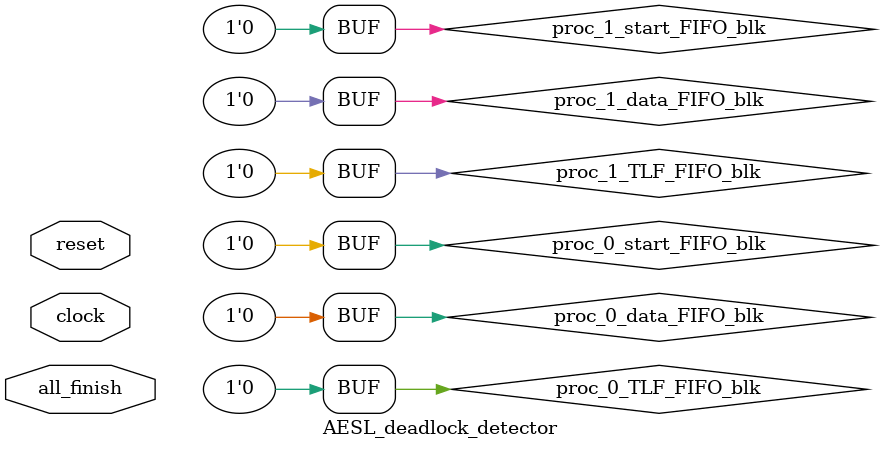
<source format=v>
`timescale 1 ns / 1 ps

module AESL_deadlock_detector (
    input reset,
    input all_finish,
    input clock);

    wire [0:0] proc_0_data_FIFO_blk;
    wire [0:0] proc_0_data_PIPO_blk;
    wire [0:0] proc_0_start_FIFO_blk;
    wire [0:0] proc_0_TLF_FIFO_blk;
    wire [0:0] proc_0_input_sync_blk;
    wire [0:0] proc_0_output_sync_blk;
    wire [0:0] proc_dep_vld_vec_0;
    reg [0:0] proc_dep_vld_vec_0_reg;
    wire [0:0] in_chan_dep_vld_vec_0;
    wire [1:0] in_chan_dep_data_vec_0;
    wire [0:0] token_in_vec_0;
    wire [0:0] out_chan_dep_vld_vec_0;
    wire [1:0] out_chan_dep_data_0;
    wire [0:0] token_out_vec_0;
    wire dl_detect_out_0;
    wire dep_chan_vld_1_0;
    wire [1:0] dep_chan_data_1_0;
    wire token_1_0;
    wire [0:0] proc_1_data_FIFO_blk;
    wire [0:0] proc_1_data_PIPO_blk;
    wire [0:0] proc_1_start_FIFO_blk;
    wire [0:0] proc_1_TLF_FIFO_blk;
    wire [0:0] proc_1_input_sync_blk;
    wire [0:0] proc_1_output_sync_blk;
    wire [0:0] proc_dep_vld_vec_1;
    reg [0:0] proc_dep_vld_vec_1_reg;
    wire [0:0] in_chan_dep_vld_vec_1;
    wire [1:0] in_chan_dep_data_vec_1;
    wire [0:0] token_in_vec_1;
    wire [0:0] out_chan_dep_vld_vec_1;
    wire [1:0] out_chan_dep_data_1;
    wire [0:0] token_out_vec_1;
    wire dl_detect_out_1;
    wire dep_chan_vld_0_1;
    wire [1:0] dep_chan_data_0_1;
    wire token_0_1;
    wire [1:0] dl_in_vec;
    wire dl_detect_out;
    wire token_clear;
    wire [1:0] origin;

    reg ap_done_reg_0;// for module AESL_inst_SLDA_final.Block_split2_proc_U0.grp_init_module_fu_2804
    always @ (negedge reset or posedge clock) begin
        if (~reset) begin
            ap_done_reg_0 <= 'b0;
        end
        else begin
            ap_done_reg_0 <= AESL_inst_SLDA_final.Block_split2_proc_U0.grp_init_module_fu_2804.ap_done;
        end
    end

    reg ap_done_reg_1;// for module AESL_inst_SLDA_final.SLDA_update_U0.grp_compute_weights_with_matrix_mult_fu_1604
    always @ (negedge reset or posedge clock) begin
        if (~reset) begin
            ap_done_reg_1 <= 'b0;
        end
        else begin
            ap_done_reg_1 <= AESL_inst_SLDA_final.SLDA_update_U0.grp_compute_weights_with_matrix_mult_fu_1604.ap_done;
        end
    end

    reg ap_done_reg_2;// for module AESL_inst_SLDA_final.Block_split2_proc_U0
    always @ (negedge reset or posedge clock) begin
        if (~reset) begin
            ap_done_reg_2 <= 'b0;
        end
        else begin
            ap_done_reg_2 <= AESL_inst_SLDA_final.Block_split2_proc_U0.ap_done & ~AESL_inst_SLDA_final.Block_split2_proc_U0.ap_continue;
        end
    end

    reg ap_done_reg_3;// for module AESL_inst_SLDA_final.SLDA_update_U0
    always @ (negedge reset or posedge clock) begin
        if (~reset) begin
            ap_done_reg_3 <= 'b0;
        end
        else begin
            ap_done_reg_3 <= AESL_inst_SLDA_final.SLDA_update_U0.ap_done & ~AESL_inst_SLDA_final.SLDA_update_U0.ap_continue;
        end
    end

    // Process: AESL_inst_SLDA_final.Block_split2_proc_U0
    AESL_deadlock_detect_unit #(2, 0, 1, 1) AESL_deadlock_detect_unit_0 (
        .reset(reset),
        .clock(clock),
        .proc_dep_vld_vec(proc_dep_vld_vec_0),
        .in_chan_dep_vld_vec(in_chan_dep_vld_vec_0),
        .in_chan_dep_data_vec(in_chan_dep_data_vec_0),
        .token_in_vec(token_in_vec_0),
        .dl_detect_in(dl_detect_out),
        .origin(origin[0]),
        .token_clear(token_clear),
        .out_chan_dep_vld_vec(out_chan_dep_vld_vec_0),
        .out_chan_dep_data(out_chan_dep_data_0),
        .token_out_vec(token_out_vec_0),
        .dl_detect_out(dl_in_vec[0]));

    assign proc_0_data_FIFO_blk[0] = 1'b0;
    assign proc_0_data_PIPO_blk[0] = 1'b0 | (~AESL_inst_SLDA_final.lambda_V_0_U.i_full_n & AESL_inst_SLDA_final.Block_split2_proc_U0.grp_init_module_fu_2804.ap_done & ap_done_reg_0 & ~AESL_inst_SLDA_final.lambda_V_0_U.t_read) | (~AESL_inst_SLDA_final.lambda_V_1_U.i_full_n & AESL_inst_SLDA_final.Block_split2_proc_U0.grp_init_module_fu_2804.ap_done & ap_done_reg_0 & ~AESL_inst_SLDA_final.lambda_V_1_U.t_read) | (~AESL_inst_SLDA_final.lambda_V_2_U.i_full_n & AESL_inst_SLDA_final.Block_split2_proc_U0.grp_init_module_fu_2804.ap_done & ap_done_reg_0 & ~AESL_inst_SLDA_final.lambda_V_2_U.t_read) | (~AESL_inst_SLDA_final.lambda_V_3_U.i_full_n & AESL_inst_SLDA_final.Block_split2_proc_U0.grp_init_module_fu_2804.ap_done & ap_done_reg_0 & ~AESL_inst_SLDA_final.lambda_V_3_U.t_read) | (~AESL_inst_SLDA_final.lambda_V_4_U.i_full_n & AESL_inst_SLDA_final.Block_split2_proc_U0.grp_init_module_fu_2804.ap_done & ap_done_reg_0 & ~AESL_inst_SLDA_final.lambda_V_4_U.t_read) | (~AESL_inst_SLDA_final.lambda_V_5_U.i_full_n & AESL_inst_SLDA_final.Block_split2_proc_U0.grp_init_module_fu_2804.ap_done & ap_done_reg_0 & ~AESL_inst_SLDA_final.lambda_V_5_U.t_read) | (~AESL_inst_SLDA_final.lambda_V_6_U.i_full_n & AESL_inst_SLDA_final.Block_split2_proc_U0.grp_init_module_fu_2804.ap_done & ap_done_reg_0 & ~AESL_inst_SLDA_final.lambda_V_6_U.t_read) | (~AESL_inst_SLDA_final.lambda_V_7_U.i_full_n & AESL_inst_SLDA_final.Block_split2_proc_U0.grp_init_module_fu_2804.ap_done & ap_done_reg_0 & ~AESL_inst_SLDA_final.lambda_V_7_U.t_read) | (~AESL_inst_SLDA_final.lambda_V_8_U.i_full_n & AESL_inst_SLDA_final.Block_split2_proc_U0.grp_init_module_fu_2804.ap_done & ap_done_reg_0 & ~AESL_inst_SLDA_final.lambda_V_8_U.t_read) | (~AESL_inst_SLDA_final.lambda_V_9_U.i_full_n & AESL_inst_SLDA_final.Block_split2_proc_U0.grp_init_module_fu_2804.ap_done & ap_done_reg_0 & ~AESL_inst_SLDA_final.lambda_V_9_U.t_read) | (~AESL_inst_SLDA_final.lambda_V_10_U.i_full_n & AESL_inst_SLDA_final.Block_split2_proc_U0.grp_init_module_fu_2804.ap_done & ap_done_reg_0 & ~AESL_inst_SLDA_final.lambda_V_10_U.t_read) | (~AESL_inst_SLDA_final.lambda_V_11_U.i_full_n & AESL_inst_SLDA_final.Block_split2_proc_U0.grp_init_module_fu_2804.ap_done & ap_done_reg_0 & ~AESL_inst_SLDA_final.lambda_V_11_U.t_read) | (~AESL_inst_SLDA_final.lambda_V_12_U.i_full_n & AESL_inst_SLDA_final.Block_split2_proc_U0.grp_init_module_fu_2804.ap_done & ap_done_reg_0 & ~AESL_inst_SLDA_final.lambda_V_12_U.t_read) | (~AESL_inst_SLDA_final.lambda_V_13_U.i_full_n & AESL_inst_SLDA_final.Block_split2_proc_U0.grp_init_module_fu_2804.ap_done & ap_done_reg_0 & ~AESL_inst_SLDA_final.lambda_V_13_U.t_read) | (~AESL_inst_SLDA_final.lambda_V_14_U.i_full_n & AESL_inst_SLDA_final.Block_split2_proc_U0.grp_init_module_fu_2804.ap_done & ap_done_reg_0 & ~AESL_inst_SLDA_final.lambda_V_14_U.t_read) | (~AESL_inst_SLDA_final.lambda_V_15_U.i_full_n & AESL_inst_SLDA_final.Block_split2_proc_U0.grp_init_module_fu_2804.ap_done & ap_done_reg_0 & ~AESL_inst_SLDA_final.lambda_V_15_U.t_read) | (~AESL_inst_SLDA_final.lambda_V_16_U.i_full_n & AESL_inst_SLDA_final.Block_split2_proc_U0.grp_init_module_fu_2804.ap_done & ap_done_reg_0 & ~AESL_inst_SLDA_final.lambda_V_16_U.t_read) | (~AESL_inst_SLDA_final.lambda_V_17_U.i_full_n & AESL_inst_SLDA_final.Block_split2_proc_U0.grp_init_module_fu_2804.ap_done & ap_done_reg_0 & ~AESL_inst_SLDA_final.lambda_V_17_U.t_read) | (~AESL_inst_SLDA_final.lambda_V_18_U.i_full_n & AESL_inst_SLDA_final.Block_split2_proc_U0.grp_init_module_fu_2804.ap_done & ap_done_reg_0 & ~AESL_inst_SLDA_final.lambda_V_18_U.t_read) | (~AESL_inst_SLDA_final.lambda_V_19_U.i_full_n & AESL_inst_SLDA_final.Block_split2_proc_U0.grp_init_module_fu_2804.ap_done & ap_done_reg_0 & ~AESL_inst_SLDA_final.lambda_V_19_U.t_read) | (~AESL_inst_SLDA_final.lambda_V_20_U.i_full_n & AESL_inst_SLDA_final.Block_split2_proc_U0.grp_init_module_fu_2804.ap_done & ap_done_reg_0 & ~AESL_inst_SLDA_final.lambda_V_20_U.t_read) | (~AESL_inst_SLDA_final.lambda_V_21_U.i_full_n & AESL_inst_SLDA_final.Block_split2_proc_U0.grp_init_module_fu_2804.ap_done & ap_done_reg_0 & ~AESL_inst_SLDA_final.lambda_V_21_U.t_read) | (~AESL_inst_SLDA_final.lambda_V_22_U.i_full_n & AESL_inst_SLDA_final.Block_split2_proc_U0.grp_init_module_fu_2804.ap_done & ap_done_reg_0 & ~AESL_inst_SLDA_final.lambda_V_22_U.t_read) | (~AESL_inst_SLDA_final.lambda_V_23_U.i_full_n & AESL_inst_SLDA_final.Block_split2_proc_U0.grp_init_module_fu_2804.ap_done & ap_done_reg_0 & ~AESL_inst_SLDA_final.lambda_V_23_U.t_read) | (~AESL_inst_SLDA_final.lambda_V_24_U.i_full_n & AESL_inst_SLDA_final.Block_split2_proc_U0.grp_init_module_fu_2804.ap_done & ap_done_reg_0 & ~AESL_inst_SLDA_final.lambda_V_24_U.t_read) | (~AESL_inst_SLDA_final.lambda_V_25_U.i_full_n & AESL_inst_SLDA_final.Block_split2_proc_U0.grp_init_module_fu_2804.ap_done & ap_done_reg_0 & ~AESL_inst_SLDA_final.lambda_V_25_U.t_read) | (~AESL_inst_SLDA_final.lambda_V_26_U.i_full_n & AESL_inst_SLDA_final.Block_split2_proc_U0.grp_init_module_fu_2804.ap_done & ap_done_reg_0 & ~AESL_inst_SLDA_final.lambda_V_26_U.t_read) | (~AESL_inst_SLDA_final.lambda_V_27_U.i_full_n & AESL_inst_SLDA_final.Block_split2_proc_U0.grp_init_module_fu_2804.ap_done & ap_done_reg_0 & ~AESL_inst_SLDA_final.lambda_V_27_U.t_read) | (~AESL_inst_SLDA_final.lambda_V_28_U.i_full_n & AESL_inst_SLDA_final.Block_split2_proc_U0.grp_init_module_fu_2804.ap_done & ap_done_reg_0 & ~AESL_inst_SLDA_final.lambda_V_28_U.t_read) | (~AESL_inst_SLDA_final.lambda_V_29_U.i_full_n & AESL_inst_SLDA_final.Block_split2_proc_U0.grp_init_module_fu_2804.ap_done & ap_done_reg_0 & ~AESL_inst_SLDA_final.lambda_V_29_U.t_read) | (~AESL_inst_SLDA_final.lambda_V_30_U.i_full_n & AESL_inst_SLDA_final.Block_split2_proc_U0.grp_init_module_fu_2804.ap_done & ap_done_reg_0 & ~AESL_inst_SLDA_final.lambda_V_30_U.t_read) | (~AESL_inst_SLDA_final.lambda_V_31_U.i_full_n & AESL_inst_SLDA_final.Block_split2_proc_U0.grp_init_module_fu_2804.ap_done & ap_done_reg_0 & ~AESL_inst_SLDA_final.lambda_V_31_U.t_read) | (~AESL_inst_SLDA_final.lambda_V_32_U.i_full_n & AESL_inst_SLDA_final.Block_split2_proc_U0.grp_init_module_fu_2804.ap_done & ap_done_reg_0 & ~AESL_inst_SLDA_final.lambda_V_32_U.t_read) | (~AESL_inst_SLDA_final.lambda_V_33_U.i_full_n & AESL_inst_SLDA_final.Block_split2_proc_U0.grp_init_module_fu_2804.ap_done & ap_done_reg_0 & ~AESL_inst_SLDA_final.lambda_V_33_U.t_read) | (~AESL_inst_SLDA_final.lambda_V_34_U.i_full_n & AESL_inst_SLDA_final.Block_split2_proc_U0.grp_init_module_fu_2804.ap_done & ap_done_reg_0 & ~AESL_inst_SLDA_final.lambda_V_34_U.t_read) | (~AESL_inst_SLDA_final.lambda_V_35_U.i_full_n & AESL_inst_SLDA_final.Block_split2_proc_U0.grp_init_module_fu_2804.ap_done & ap_done_reg_0 & ~AESL_inst_SLDA_final.lambda_V_35_U.t_read) | (~AESL_inst_SLDA_final.lambda_V_36_U.i_full_n & AESL_inst_SLDA_final.Block_split2_proc_U0.grp_init_module_fu_2804.ap_done & ap_done_reg_0 & ~AESL_inst_SLDA_final.lambda_V_36_U.t_read) | (~AESL_inst_SLDA_final.lambda_V_37_U.i_full_n & AESL_inst_SLDA_final.Block_split2_proc_U0.grp_init_module_fu_2804.ap_done & ap_done_reg_0 & ~AESL_inst_SLDA_final.lambda_V_37_U.t_read) | (~AESL_inst_SLDA_final.lambda_V_38_U.i_full_n & AESL_inst_SLDA_final.Block_split2_proc_U0.grp_init_module_fu_2804.ap_done & ap_done_reg_0 & ~AESL_inst_SLDA_final.lambda_V_38_U.t_read) | (~AESL_inst_SLDA_final.lambda_V_39_U.i_full_n & AESL_inst_SLDA_final.Block_split2_proc_U0.grp_init_module_fu_2804.ap_done & ap_done_reg_0 & ~AESL_inst_SLDA_final.lambda_V_39_U.t_read) | (~AESL_inst_SLDA_final.lambda_V_40_U.i_full_n & AESL_inst_SLDA_final.Block_split2_proc_U0.grp_init_module_fu_2804.ap_done & ap_done_reg_0 & ~AESL_inst_SLDA_final.lambda_V_40_U.t_read) | (~AESL_inst_SLDA_final.lambda_V_41_U.i_full_n & AESL_inst_SLDA_final.Block_split2_proc_U0.grp_init_module_fu_2804.ap_done & ap_done_reg_0 & ~AESL_inst_SLDA_final.lambda_V_41_U.t_read) | (~AESL_inst_SLDA_final.lambda_V_42_U.i_full_n & AESL_inst_SLDA_final.Block_split2_proc_U0.grp_init_module_fu_2804.ap_done & ap_done_reg_0 & ~AESL_inst_SLDA_final.lambda_V_42_U.t_read) | (~AESL_inst_SLDA_final.lambda_V_43_U.i_full_n & AESL_inst_SLDA_final.Block_split2_proc_U0.grp_init_module_fu_2804.ap_done & ap_done_reg_0 & ~AESL_inst_SLDA_final.lambda_V_43_U.t_read) | (~AESL_inst_SLDA_final.lambda_V_44_U.i_full_n & AESL_inst_SLDA_final.Block_split2_proc_U0.grp_init_module_fu_2804.ap_done & ap_done_reg_0 & ~AESL_inst_SLDA_final.lambda_V_44_U.t_read) | (~AESL_inst_SLDA_final.lambda_V_45_U.i_full_n & AESL_inst_SLDA_final.Block_split2_proc_U0.grp_init_module_fu_2804.ap_done & ap_done_reg_0 & ~AESL_inst_SLDA_final.lambda_V_45_U.t_read) | (~AESL_inst_SLDA_final.lambda_V_46_U.i_full_n & AESL_inst_SLDA_final.Block_split2_proc_U0.grp_init_module_fu_2804.ap_done & ap_done_reg_0 & ~AESL_inst_SLDA_final.lambda_V_46_U.t_read) | (~AESL_inst_SLDA_final.lambda_V_47_U.i_full_n & AESL_inst_SLDA_final.Block_split2_proc_U0.grp_init_module_fu_2804.ap_done & ap_done_reg_0 & ~AESL_inst_SLDA_final.lambda_V_47_U.t_read) | (~AESL_inst_SLDA_final.lambda_V_48_U.i_full_n & AESL_inst_SLDA_final.Block_split2_proc_U0.grp_init_module_fu_2804.ap_done & ap_done_reg_0 & ~AESL_inst_SLDA_final.lambda_V_48_U.t_read) | (~AESL_inst_SLDA_final.lambda_V_49_U.i_full_n & AESL_inst_SLDA_final.Block_split2_proc_U0.grp_init_module_fu_2804.ap_done & ap_done_reg_0 & ~AESL_inst_SLDA_final.lambda_V_49_U.t_read) | (~AESL_inst_SLDA_final.lambda_V_50_U.i_full_n & AESL_inst_SLDA_final.Block_split2_proc_U0.grp_init_module_fu_2804.ap_done & ap_done_reg_0 & ~AESL_inst_SLDA_final.lambda_V_50_U.t_read) | (~AESL_inst_SLDA_final.lambda_V_51_U.i_full_n & AESL_inst_SLDA_final.Block_split2_proc_U0.grp_init_module_fu_2804.ap_done & ap_done_reg_0 & ~AESL_inst_SLDA_final.lambda_V_51_U.t_read) | (~AESL_inst_SLDA_final.lambda_V_52_U.i_full_n & AESL_inst_SLDA_final.Block_split2_proc_U0.grp_init_module_fu_2804.ap_done & ap_done_reg_0 & ~AESL_inst_SLDA_final.lambda_V_52_U.t_read) | (~AESL_inst_SLDA_final.lambda_V_53_U.i_full_n & AESL_inst_SLDA_final.Block_split2_proc_U0.grp_init_module_fu_2804.ap_done & ap_done_reg_0 & ~AESL_inst_SLDA_final.lambda_V_53_U.t_read) | (~AESL_inst_SLDA_final.lambda_V_54_U.i_full_n & AESL_inst_SLDA_final.Block_split2_proc_U0.grp_init_module_fu_2804.ap_done & ap_done_reg_0 & ~AESL_inst_SLDA_final.lambda_V_54_U.t_read) | (~AESL_inst_SLDA_final.lambda_V_55_U.i_full_n & AESL_inst_SLDA_final.Block_split2_proc_U0.grp_init_module_fu_2804.ap_done & ap_done_reg_0 & ~AESL_inst_SLDA_final.lambda_V_55_U.t_read) | (~AESL_inst_SLDA_final.lambda_V_56_U.i_full_n & AESL_inst_SLDA_final.Block_split2_proc_U0.grp_init_module_fu_2804.ap_done & ap_done_reg_0 & ~AESL_inst_SLDA_final.lambda_V_56_U.t_read) | (~AESL_inst_SLDA_final.lambda_V_57_U.i_full_n & AESL_inst_SLDA_final.Block_split2_proc_U0.grp_init_module_fu_2804.ap_done & ap_done_reg_0 & ~AESL_inst_SLDA_final.lambda_V_57_U.t_read) | (~AESL_inst_SLDA_final.lambda_V_58_U.i_full_n & AESL_inst_SLDA_final.Block_split2_proc_U0.grp_init_module_fu_2804.ap_done & ap_done_reg_0 & ~AESL_inst_SLDA_final.lambda_V_58_U.t_read) | (~AESL_inst_SLDA_final.lambda_V_59_U.i_full_n & AESL_inst_SLDA_final.Block_split2_proc_U0.grp_init_module_fu_2804.ap_done & ap_done_reg_0 & ~AESL_inst_SLDA_final.lambda_V_59_U.t_read) | (~AESL_inst_SLDA_final.lambda_V_60_U.i_full_n & AESL_inst_SLDA_final.Block_split2_proc_U0.grp_init_module_fu_2804.ap_done & ap_done_reg_0 & ~AESL_inst_SLDA_final.lambda_V_60_U.t_read) | (~AESL_inst_SLDA_final.lambda_V_61_U.i_full_n & AESL_inst_SLDA_final.Block_split2_proc_U0.grp_init_module_fu_2804.ap_done & ap_done_reg_0 & ~AESL_inst_SLDA_final.lambda_V_61_U.t_read) | (~AESL_inst_SLDA_final.lambda_V_62_U.i_full_n & AESL_inst_SLDA_final.Block_split2_proc_U0.grp_init_module_fu_2804.ap_done & ap_done_reg_0 & ~AESL_inst_SLDA_final.lambda_V_62_U.t_read) | (~AESL_inst_SLDA_final.lambda_V_63_U.i_full_n & AESL_inst_SLDA_final.Block_split2_proc_U0.grp_init_module_fu_2804.ap_done & ap_done_reg_0 & ~AESL_inst_SLDA_final.lambda_V_63_U.t_read);
    assign proc_0_start_FIFO_blk[0] = 1'b0;
    assign proc_0_TLF_FIFO_blk[0] = 1'b0;
    assign proc_0_input_sync_blk[0] = 1'b0 | (AESL_inst_SLDA_final.ap_sync_Block_split2_proc_U0_ap_ready & AESL_inst_SLDA_final.Block_split2_proc_U0.ap_idle & ~AESL_inst_SLDA_final.ap_sync_SLDA_update_U0_ap_ready);
    assign proc_0_output_sync_blk[0] = 1'b0 | (ap_done_reg_2 & AESL_inst_SLDA_final.Block_split2_proc_U0.ap_done & ~AESL_inst_SLDA_final.SLDA_update_U0.ap_done);
    assign proc_dep_vld_vec_0[0] = dl_detect_out ? proc_dep_vld_vec_0_reg[0] : (proc_0_data_FIFO_blk[0] | proc_0_data_PIPO_blk[0] | proc_0_start_FIFO_blk[0] | proc_0_TLF_FIFO_blk[0] | proc_0_input_sync_blk[0] | proc_0_output_sync_blk[0]);
    always @ (negedge reset or posedge clock) begin
        if (~reset) begin
            proc_dep_vld_vec_0_reg <= 'b0;
        end
        else begin
            proc_dep_vld_vec_0_reg <= proc_dep_vld_vec_0;
        end
    end
    assign in_chan_dep_vld_vec_0[0] = dep_chan_vld_1_0;
    assign in_chan_dep_data_vec_0[1 : 0] = dep_chan_data_1_0;
    assign token_in_vec_0[0] = token_1_0;
    assign dep_chan_vld_0_1 = out_chan_dep_vld_vec_0[0];
    assign dep_chan_data_0_1 = out_chan_dep_data_0;
    assign token_0_1 = token_out_vec_0[0];

    // Process: AESL_inst_SLDA_final.SLDA_update_U0
    AESL_deadlock_detect_unit #(2, 1, 1, 1) AESL_deadlock_detect_unit_1 (
        .reset(reset),
        .clock(clock),
        .proc_dep_vld_vec(proc_dep_vld_vec_1),
        .in_chan_dep_vld_vec(in_chan_dep_vld_vec_1),
        .in_chan_dep_data_vec(in_chan_dep_data_vec_1),
        .token_in_vec(token_in_vec_1),
        .dl_detect_in(dl_detect_out),
        .origin(origin[1]),
        .token_clear(token_clear),
        .out_chan_dep_vld_vec(out_chan_dep_vld_vec_1),
        .out_chan_dep_data(out_chan_dep_data_1),
        .token_out_vec(token_out_vec_1),
        .dl_detect_out(dl_in_vec[1]));

    assign proc_1_data_FIFO_blk[0] = 1'b0;
    assign proc_1_data_PIPO_blk[0] = 1'b0 | (~AESL_inst_SLDA_final.lambda_V_0_U.t_empty_n & AESL_inst_SLDA_final.SLDA_update_U0.grp_compute_weights_with_matrix_mult_fu_1604.ap_idle & ~AESL_inst_SLDA_final.lambda_V_0_U.i_write) | (~AESL_inst_SLDA_final.lambda_V_1_U.t_empty_n & AESL_inst_SLDA_final.SLDA_update_U0.grp_compute_weights_with_matrix_mult_fu_1604.ap_idle & ~AESL_inst_SLDA_final.lambda_V_1_U.i_write) | (~AESL_inst_SLDA_final.lambda_V_10_U.t_empty_n & AESL_inst_SLDA_final.SLDA_update_U0.grp_compute_weights_with_matrix_mult_fu_1604.ap_idle & ~AESL_inst_SLDA_final.lambda_V_10_U.i_write) | (~AESL_inst_SLDA_final.lambda_V_11_U.t_empty_n & AESL_inst_SLDA_final.SLDA_update_U0.grp_compute_weights_with_matrix_mult_fu_1604.ap_idle & ~AESL_inst_SLDA_final.lambda_V_11_U.i_write) | (~AESL_inst_SLDA_final.lambda_V_12_U.t_empty_n & AESL_inst_SLDA_final.SLDA_update_U0.grp_compute_weights_with_matrix_mult_fu_1604.ap_idle & ~AESL_inst_SLDA_final.lambda_V_12_U.i_write) | (~AESL_inst_SLDA_final.lambda_V_13_U.t_empty_n & AESL_inst_SLDA_final.SLDA_update_U0.grp_compute_weights_with_matrix_mult_fu_1604.ap_idle & ~AESL_inst_SLDA_final.lambda_V_13_U.i_write) | (~AESL_inst_SLDA_final.lambda_V_14_U.t_empty_n & AESL_inst_SLDA_final.SLDA_update_U0.grp_compute_weights_with_matrix_mult_fu_1604.ap_idle & ~AESL_inst_SLDA_final.lambda_V_14_U.i_write) | (~AESL_inst_SLDA_final.lambda_V_15_U.t_empty_n & AESL_inst_SLDA_final.SLDA_update_U0.grp_compute_weights_with_matrix_mult_fu_1604.ap_idle & ~AESL_inst_SLDA_final.lambda_V_15_U.i_write) | (~AESL_inst_SLDA_final.lambda_V_16_U.t_empty_n & AESL_inst_SLDA_final.SLDA_update_U0.grp_compute_weights_with_matrix_mult_fu_1604.ap_idle & ~AESL_inst_SLDA_final.lambda_V_16_U.i_write) | (~AESL_inst_SLDA_final.lambda_V_17_U.t_empty_n & AESL_inst_SLDA_final.SLDA_update_U0.grp_compute_weights_with_matrix_mult_fu_1604.ap_idle & ~AESL_inst_SLDA_final.lambda_V_17_U.i_write) | (~AESL_inst_SLDA_final.lambda_V_18_U.t_empty_n & AESL_inst_SLDA_final.SLDA_update_U0.grp_compute_weights_with_matrix_mult_fu_1604.ap_idle & ~AESL_inst_SLDA_final.lambda_V_18_U.i_write) | (~AESL_inst_SLDA_final.lambda_V_19_U.t_empty_n & AESL_inst_SLDA_final.SLDA_update_U0.grp_compute_weights_with_matrix_mult_fu_1604.ap_idle & ~AESL_inst_SLDA_final.lambda_V_19_U.i_write) | (~AESL_inst_SLDA_final.lambda_V_2_U.t_empty_n & AESL_inst_SLDA_final.SLDA_update_U0.grp_compute_weights_with_matrix_mult_fu_1604.ap_idle & ~AESL_inst_SLDA_final.lambda_V_2_U.i_write) | (~AESL_inst_SLDA_final.lambda_V_20_U.t_empty_n & AESL_inst_SLDA_final.SLDA_update_U0.grp_compute_weights_with_matrix_mult_fu_1604.ap_idle & ~AESL_inst_SLDA_final.lambda_V_20_U.i_write) | (~AESL_inst_SLDA_final.lambda_V_21_U.t_empty_n & AESL_inst_SLDA_final.SLDA_update_U0.grp_compute_weights_with_matrix_mult_fu_1604.ap_idle & ~AESL_inst_SLDA_final.lambda_V_21_U.i_write) | (~AESL_inst_SLDA_final.lambda_V_22_U.t_empty_n & AESL_inst_SLDA_final.SLDA_update_U0.grp_compute_weights_with_matrix_mult_fu_1604.ap_idle & ~AESL_inst_SLDA_final.lambda_V_22_U.i_write) | (~AESL_inst_SLDA_final.lambda_V_23_U.t_empty_n & AESL_inst_SLDA_final.SLDA_update_U0.grp_compute_weights_with_matrix_mult_fu_1604.ap_idle & ~AESL_inst_SLDA_final.lambda_V_23_U.i_write) | (~AESL_inst_SLDA_final.lambda_V_24_U.t_empty_n & AESL_inst_SLDA_final.SLDA_update_U0.grp_compute_weights_with_matrix_mult_fu_1604.ap_idle & ~AESL_inst_SLDA_final.lambda_V_24_U.i_write) | (~AESL_inst_SLDA_final.lambda_V_25_U.t_empty_n & AESL_inst_SLDA_final.SLDA_update_U0.grp_compute_weights_with_matrix_mult_fu_1604.ap_idle & ~AESL_inst_SLDA_final.lambda_V_25_U.i_write) | (~AESL_inst_SLDA_final.lambda_V_26_U.t_empty_n & AESL_inst_SLDA_final.SLDA_update_U0.grp_compute_weights_with_matrix_mult_fu_1604.ap_idle & ~AESL_inst_SLDA_final.lambda_V_26_U.i_write) | (~AESL_inst_SLDA_final.lambda_V_27_U.t_empty_n & AESL_inst_SLDA_final.SLDA_update_U0.grp_compute_weights_with_matrix_mult_fu_1604.ap_idle & ~AESL_inst_SLDA_final.lambda_V_27_U.i_write) | (~AESL_inst_SLDA_final.lambda_V_28_U.t_empty_n & AESL_inst_SLDA_final.SLDA_update_U0.grp_compute_weights_with_matrix_mult_fu_1604.ap_idle & ~AESL_inst_SLDA_final.lambda_V_28_U.i_write) | (~AESL_inst_SLDA_final.lambda_V_29_U.t_empty_n & AESL_inst_SLDA_final.SLDA_update_U0.grp_compute_weights_with_matrix_mult_fu_1604.ap_idle & ~AESL_inst_SLDA_final.lambda_V_29_U.i_write) | (~AESL_inst_SLDA_final.lambda_V_3_U.t_empty_n & AESL_inst_SLDA_final.SLDA_update_U0.grp_compute_weights_with_matrix_mult_fu_1604.ap_idle & ~AESL_inst_SLDA_final.lambda_V_3_U.i_write) | (~AESL_inst_SLDA_final.lambda_V_30_U.t_empty_n & AESL_inst_SLDA_final.SLDA_update_U0.grp_compute_weights_with_matrix_mult_fu_1604.ap_idle & ~AESL_inst_SLDA_final.lambda_V_30_U.i_write) | (~AESL_inst_SLDA_final.lambda_V_31_U.t_empty_n & AESL_inst_SLDA_final.SLDA_update_U0.grp_compute_weights_with_matrix_mult_fu_1604.ap_idle & ~AESL_inst_SLDA_final.lambda_V_31_U.i_write) | (~AESL_inst_SLDA_final.lambda_V_32_U.t_empty_n & AESL_inst_SLDA_final.SLDA_update_U0.grp_compute_weights_with_matrix_mult_fu_1604.ap_idle & ~AESL_inst_SLDA_final.lambda_V_32_U.i_write) | (~AESL_inst_SLDA_final.lambda_V_33_U.t_empty_n & AESL_inst_SLDA_final.SLDA_update_U0.grp_compute_weights_with_matrix_mult_fu_1604.ap_idle & ~AESL_inst_SLDA_final.lambda_V_33_U.i_write) | (~AESL_inst_SLDA_final.lambda_V_34_U.t_empty_n & AESL_inst_SLDA_final.SLDA_update_U0.grp_compute_weights_with_matrix_mult_fu_1604.ap_idle & ~AESL_inst_SLDA_final.lambda_V_34_U.i_write) | (~AESL_inst_SLDA_final.lambda_V_35_U.t_empty_n & AESL_inst_SLDA_final.SLDA_update_U0.grp_compute_weights_with_matrix_mult_fu_1604.ap_idle & ~AESL_inst_SLDA_final.lambda_V_35_U.i_write) | (~AESL_inst_SLDA_final.lambda_V_36_U.t_empty_n & AESL_inst_SLDA_final.SLDA_update_U0.grp_compute_weights_with_matrix_mult_fu_1604.ap_idle & ~AESL_inst_SLDA_final.lambda_V_36_U.i_write) | (~AESL_inst_SLDA_final.lambda_V_37_U.t_empty_n & AESL_inst_SLDA_final.SLDA_update_U0.grp_compute_weights_with_matrix_mult_fu_1604.ap_idle & ~AESL_inst_SLDA_final.lambda_V_37_U.i_write) | (~AESL_inst_SLDA_final.lambda_V_38_U.t_empty_n & AESL_inst_SLDA_final.SLDA_update_U0.grp_compute_weights_with_matrix_mult_fu_1604.ap_idle & ~AESL_inst_SLDA_final.lambda_V_38_U.i_write) | (~AESL_inst_SLDA_final.lambda_V_39_U.t_empty_n & AESL_inst_SLDA_final.SLDA_update_U0.grp_compute_weights_with_matrix_mult_fu_1604.ap_idle & ~AESL_inst_SLDA_final.lambda_V_39_U.i_write) | (~AESL_inst_SLDA_final.lambda_V_4_U.t_empty_n & AESL_inst_SLDA_final.SLDA_update_U0.grp_compute_weights_with_matrix_mult_fu_1604.ap_idle & ~AESL_inst_SLDA_final.lambda_V_4_U.i_write) | (~AESL_inst_SLDA_final.lambda_V_40_U.t_empty_n & AESL_inst_SLDA_final.SLDA_update_U0.grp_compute_weights_with_matrix_mult_fu_1604.ap_idle & ~AESL_inst_SLDA_final.lambda_V_40_U.i_write) | (~AESL_inst_SLDA_final.lambda_V_41_U.t_empty_n & AESL_inst_SLDA_final.SLDA_update_U0.grp_compute_weights_with_matrix_mult_fu_1604.ap_idle & ~AESL_inst_SLDA_final.lambda_V_41_U.i_write) | (~AESL_inst_SLDA_final.lambda_V_42_U.t_empty_n & AESL_inst_SLDA_final.SLDA_update_U0.grp_compute_weights_with_matrix_mult_fu_1604.ap_idle & ~AESL_inst_SLDA_final.lambda_V_42_U.i_write) | (~AESL_inst_SLDA_final.lambda_V_43_U.t_empty_n & AESL_inst_SLDA_final.SLDA_update_U0.grp_compute_weights_with_matrix_mult_fu_1604.ap_idle & ~AESL_inst_SLDA_final.lambda_V_43_U.i_write) | (~AESL_inst_SLDA_final.lambda_V_44_U.t_empty_n & AESL_inst_SLDA_final.SLDA_update_U0.grp_compute_weights_with_matrix_mult_fu_1604.ap_idle & ~AESL_inst_SLDA_final.lambda_V_44_U.i_write) | (~AESL_inst_SLDA_final.lambda_V_45_U.t_empty_n & AESL_inst_SLDA_final.SLDA_update_U0.grp_compute_weights_with_matrix_mult_fu_1604.ap_idle & ~AESL_inst_SLDA_final.lambda_V_45_U.i_write) | (~AESL_inst_SLDA_final.lambda_V_46_U.t_empty_n & AESL_inst_SLDA_final.SLDA_update_U0.grp_compute_weights_with_matrix_mult_fu_1604.ap_idle & ~AESL_inst_SLDA_final.lambda_V_46_U.i_write) | (~AESL_inst_SLDA_final.lambda_V_47_U.t_empty_n & AESL_inst_SLDA_final.SLDA_update_U0.grp_compute_weights_with_matrix_mult_fu_1604.ap_idle & ~AESL_inst_SLDA_final.lambda_V_47_U.i_write) | (~AESL_inst_SLDA_final.lambda_V_48_U.t_empty_n & AESL_inst_SLDA_final.SLDA_update_U0.grp_compute_weights_with_matrix_mult_fu_1604.ap_idle & ~AESL_inst_SLDA_final.lambda_V_48_U.i_write) | (~AESL_inst_SLDA_final.lambda_V_49_U.t_empty_n & AESL_inst_SLDA_final.SLDA_update_U0.grp_compute_weights_with_matrix_mult_fu_1604.ap_idle & ~AESL_inst_SLDA_final.lambda_V_49_U.i_write) | (~AESL_inst_SLDA_final.lambda_V_5_U.t_empty_n & AESL_inst_SLDA_final.SLDA_update_U0.grp_compute_weights_with_matrix_mult_fu_1604.ap_idle & ~AESL_inst_SLDA_final.lambda_V_5_U.i_write) | (~AESL_inst_SLDA_final.lambda_V_50_U.t_empty_n & AESL_inst_SLDA_final.SLDA_update_U0.grp_compute_weights_with_matrix_mult_fu_1604.ap_idle & ~AESL_inst_SLDA_final.lambda_V_50_U.i_write) | (~AESL_inst_SLDA_final.lambda_V_51_U.t_empty_n & AESL_inst_SLDA_final.SLDA_update_U0.grp_compute_weights_with_matrix_mult_fu_1604.ap_idle & ~AESL_inst_SLDA_final.lambda_V_51_U.i_write) | (~AESL_inst_SLDA_final.lambda_V_52_U.t_empty_n & AESL_inst_SLDA_final.SLDA_update_U0.grp_compute_weights_with_matrix_mult_fu_1604.ap_idle & ~AESL_inst_SLDA_final.lambda_V_52_U.i_write) | (~AESL_inst_SLDA_final.lambda_V_53_U.t_empty_n & AESL_inst_SLDA_final.SLDA_update_U0.grp_compute_weights_with_matrix_mult_fu_1604.ap_idle & ~AESL_inst_SLDA_final.lambda_V_53_U.i_write) | (~AESL_inst_SLDA_final.lambda_V_54_U.t_empty_n & AESL_inst_SLDA_final.SLDA_update_U0.grp_compute_weights_with_matrix_mult_fu_1604.ap_idle & ~AESL_inst_SLDA_final.lambda_V_54_U.i_write) | (~AESL_inst_SLDA_final.lambda_V_55_U.t_empty_n & AESL_inst_SLDA_final.SLDA_update_U0.grp_compute_weights_with_matrix_mult_fu_1604.ap_idle & ~AESL_inst_SLDA_final.lambda_V_55_U.i_write) | (~AESL_inst_SLDA_final.lambda_V_56_U.t_empty_n & AESL_inst_SLDA_final.SLDA_update_U0.grp_compute_weights_with_matrix_mult_fu_1604.ap_idle & ~AESL_inst_SLDA_final.lambda_V_56_U.i_write) | (~AESL_inst_SLDA_final.lambda_V_57_U.t_empty_n & AESL_inst_SLDA_final.SLDA_update_U0.grp_compute_weights_with_matrix_mult_fu_1604.ap_idle & ~AESL_inst_SLDA_final.lambda_V_57_U.i_write) | (~AESL_inst_SLDA_final.lambda_V_58_U.t_empty_n & AESL_inst_SLDA_final.SLDA_update_U0.grp_compute_weights_with_matrix_mult_fu_1604.ap_idle & ~AESL_inst_SLDA_final.lambda_V_58_U.i_write) | (~AESL_inst_SLDA_final.lambda_V_59_U.t_empty_n & AESL_inst_SLDA_final.SLDA_update_U0.grp_compute_weights_with_matrix_mult_fu_1604.ap_idle & ~AESL_inst_SLDA_final.lambda_V_59_U.i_write) | (~AESL_inst_SLDA_final.lambda_V_6_U.t_empty_n & AESL_inst_SLDA_final.SLDA_update_U0.grp_compute_weights_with_matrix_mult_fu_1604.ap_idle & ~AESL_inst_SLDA_final.lambda_V_6_U.i_write) | (~AESL_inst_SLDA_final.lambda_V_60_U.t_empty_n & AESL_inst_SLDA_final.SLDA_update_U0.grp_compute_weights_with_matrix_mult_fu_1604.ap_idle & ~AESL_inst_SLDA_final.lambda_V_60_U.i_write) | (~AESL_inst_SLDA_final.lambda_V_61_U.t_empty_n & AESL_inst_SLDA_final.SLDA_update_U0.grp_compute_weights_with_matrix_mult_fu_1604.ap_idle & ~AESL_inst_SLDA_final.lambda_V_61_U.i_write) | (~AESL_inst_SLDA_final.lambda_V_62_U.t_empty_n & AESL_inst_SLDA_final.SLDA_update_U0.grp_compute_weights_with_matrix_mult_fu_1604.ap_idle & ~AESL_inst_SLDA_final.lambda_V_62_U.i_write) | (~AESL_inst_SLDA_final.lambda_V_63_U.t_empty_n & AESL_inst_SLDA_final.SLDA_update_U0.grp_compute_weights_with_matrix_mult_fu_1604.ap_idle & ~AESL_inst_SLDA_final.lambda_V_63_U.i_write) | (~AESL_inst_SLDA_final.lambda_V_7_U.t_empty_n & AESL_inst_SLDA_final.SLDA_update_U0.grp_compute_weights_with_matrix_mult_fu_1604.ap_idle & ~AESL_inst_SLDA_final.lambda_V_7_U.i_write) | (~AESL_inst_SLDA_final.lambda_V_8_U.t_empty_n & AESL_inst_SLDA_final.SLDA_update_U0.grp_compute_weights_with_matrix_mult_fu_1604.ap_idle & ~AESL_inst_SLDA_final.lambda_V_8_U.i_write) | (~AESL_inst_SLDA_final.lambda_V_9_U.t_empty_n & AESL_inst_SLDA_final.SLDA_update_U0.grp_compute_weights_with_matrix_mult_fu_1604.ap_idle & ~AESL_inst_SLDA_final.lambda_V_9_U.i_write);
    assign proc_1_start_FIFO_blk[0] = 1'b0;
    assign proc_1_TLF_FIFO_blk[0] = 1'b0;
    assign proc_1_input_sync_blk[0] = 1'b0 | (AESL_inst_SLDA_final.ap_sync_SLDA_update_U0_ap_ready & AESL_inst_SLDA_final.SLDA_update_U0.ap_idle & ~AESL_inst_SLDA_final.ap_sync_Block_split2_proc_U0_ap_ready);
    assign proc_1_output_sync_blk[0] = 1'b0 | (ap_done_reg_3 & AESL_inst_SLDA_final.SLDA_update_U0.ap_done & ~AESL_inst_SLDA_final.Block_split2_proc_U0.ap_done);
    assign proc_dep_vld_vec_1[0] = dl_detect_out ? proc_dep_vld_vec_1_reg[0] : (proc_1_data_FIFO_blk[0] | proc_1_data_PIPO_blk[0] | proc_1_start_FIFO_blk[0] | proc_1_TLF_FIFO_blk[0] | proc_1_input_sync_blk[0] | proc_1_output_sync_blk[0]);
    always @ (negedge reset or posedge clock) begin
        if (~reset) begin
            proc_dep_vld_vec_1_reg <= 'b0;
        end
        else begin
            proc_dep_vld_vec_1_reg <= proc_dep_vld_vec_1;
        end
    end
    assign in_chan_dep_vld_vec_1[0] = dep_chan_vld_0_1;
    assign in_chan_dep_data_vec_1[1 : 0] = dep_chan_data_0_1;
    assign token_in_vec_1[0] = token_0_1;
    assign dep_chan_vld_1_0 = out_chan_dep_vld_vec_1[0];
    assign dep_chan_data_1_0 = out_chan_dep_data_1;
    assign token_1_0 = token_out_vec_1[0];


    wire [1:0] dl_in_vec_comb = dl_in_vec & ~{1{all_finish}};
    AESL_deadlock_report_unit #(2) AESL_deadlock_report_unit_inst (
        .reset(reset),
        .clock(clock),
        .dl_in_vec(dl_in_vec_comb),
        .ap_done_reg_0(ap_done_reg_0),
        .ap_done_reg_1(ap_done_reg_1),
        .ap_done_reg_2(ap_done_reg_2),
        .ap_done_reg_3(ap_done_reg_3),
        .dl_detect_out(dl_detect_out),
        .origin(origin),
        .token_clear(token_clear));

endmodule

</source>
